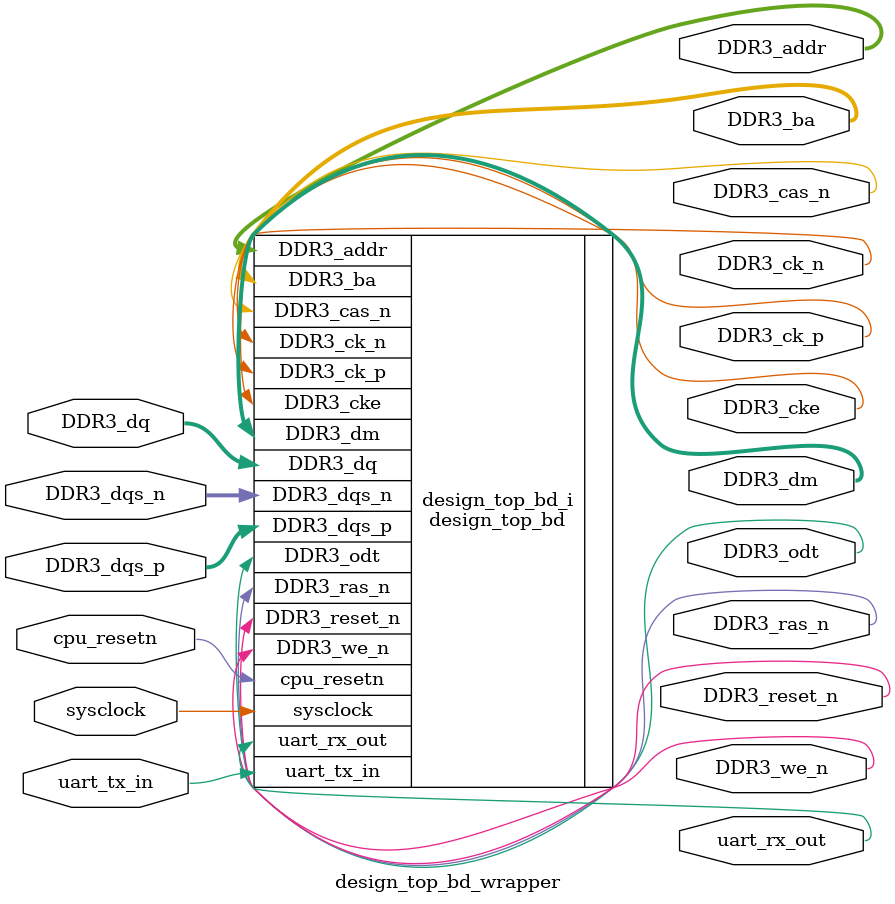
<source format=v>
`timescale 1 ps / 1 ps

module design_top_bd_wrapper
   (DDR3_addr,
    DDR3_ba,
    DDR3_cas_n,
    DDR3_ck_n,
    DDR3_ck_p,
    DDR3_cke,
    DDR3_dm,
    DDR3_dq,
    DDR3_dqs_n,
    DDR3_dqs_p,
    DDR3_odt,
    DDR3_ras_n,
    DDR3_reset_n,
    DDR3_we_n,
    cpu_resetn,
    sysclock,
    uart_rx_out,
    uart_tx_in);
  output [14:0]DDR3_addr;
  output [2:0]DDR3_ba;
  output DDR3_cas_n;
  output [0:0]DDR3_ck_n;
  output [0:0]DDR3_ck_p;
  output [0:0]DDR3_cke;
  output [1:0]DDR3_dm;
  inout [15:0]DDR3_dq;
  inout [1:0]DDR3_dqs_n;
  inout [1:0]DDR3_dqs_p;
  output [0:0]DDR3_odt;
  output DDR3_ras_n;
  output DDR3_reset_n;
  output DDR3_we_n;
  input cpu_resetn;
  input sysclock;
  output uart_rx_out;
  input uart_tx_in;

  wire [14:0]DDR3_addr;
  wire [2:0]DDR3_ba;
  wire DDR3_cas_n;
  wire [0:0]DDR3_ck_n;
  wire [0:0]DDR3_ck_p;
  wire [0:0]DDR3_cke;
  wire [1:0]DDR3_dm;
  wire [15:0]DDR3_dq;
  wire [1:0]DDR3_dqs_n;
  wire [1:0]DDR3_dqs_p;
  wire [0:0]DDR3_odt;
  wire DDR3_ras_n;
  wire DDR3_reset_n;
  wire DDR3_we_n;
  wire cpu_resetn;
  wire sysclock;
  wire uart_rx_out;
  wire uart_tx_in;

  design_top_bd design_top_bd_i
       (.DDR3_addr(DDR3_addr),
        .DDR3_ba(DDR3_ba),
        .DDR3_cas_n(DDR3_cas_n),
        .DDR3_ck_n(DDR3_ck_n),
        .DDR3_ck_p(DDR3_ck_p),
        .DDR3_cke(DDR3_cke),
        .DDR3_dm(DDR3_dm),
        .DDR3_dq(DDR3_dq),
        .DDR3_dqs_n(DDR3_dqs_n),
        .DDR3_dqs_p(DDR3_dqs_p),
        .DDR3_odt(DDR3_odt),
        .DDR3_ras_n(DDR3_ras_n),
        .DDR3_reset_n(DDR3_reset_n),
        .DDR3_we_n(DDR3_we_n),
        .cpu_resetn(cpu_resetn),
        .sysclock(sysclock),
        .uart_rx_out(uart_rx_out),
        .uart_tx_in(uart_tx_in));
endmodule

</source>
